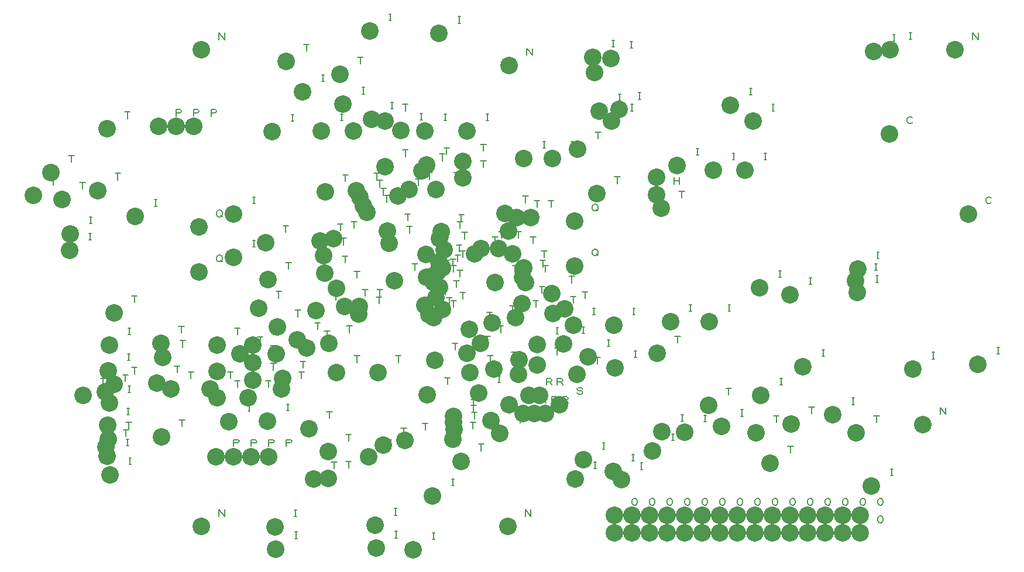
<source format=gbr>
G04 EasyPC Gerber Version 21.0.3 Build 4286 *
%FSLAX35Y35*%
%MOIN*%
%ADD10C,0.00500*%
%ADD114C,0.10000*%
X0Y0D02*
D02*
D10*
X16690Y258589D02*
Y262339D01*
X15128D02*
X18253D01*
X26926Y271581D02*
Y275331D01*
X25364D02*
X28489D01*
X33226Y256227D02*
Y259977D01*
X31663D02*
X34788D01*
X36931Y227093D02*
X38181D01*
X37556D02*
Y230843D01*
X36931D02*
X38181D01*
X37325Y236542D02*
X38575D01*
X37950D02*
Y240292D01*
X37325D02*
X38575D01*
X45037Y144416D02*
Y148166D01*
X43474D02*
X46599D01*
X53304Y261345D02*
Y265095D01*
X51742D02*
X54867D01*
X57635Y146601D02*
Y150351D01*
X56072D02*
X59198D01*
X58029Y115282D02*
Y119032D01*
X56466D02*
X59591D01*
X58191Y109770D02*
X59441D01*
X58816D02*
Y113520D01*
X58191D02*
X59441D01*
X58816Y296384D02*
Y300134D01*
X57254D02*
X60379D01*
X58585Y127487D02*
X59835D01*
X59210D02*
Y131237D01*
X58585D02*
X59835D01*
X59604Y119613D02*
Y123363D01*
X58041D02*
X61166D01*
X58978Y158589D02*
X60228D01*
X59604D02*
Y162339D01*
X58978D02*
X60228D01*
X59372Y140085D02*
X60622D01*
X59997D02*
Y143835D01*
X59372D02*
X60622D01*
X59372Y173156D02*
X60622D01*
X59997D02*
Y176906D01*
X59372D02*
X60622D01*
X59766Y99140D02*
X61016D01*
X60391D02*
Y102890D01*
X59766D02*
X61016D01*
X62753Y150715D02*
Y154465D01*
X61191D02*
X64316D01*
X62753Y191660D02*
Y195410D01*
X61191D02*
X64316D01*
X74333Y246365D02*
X75583D01*
X74958D02*
Y250115D01*
X74333D02*
X75583D01*
X87163Y151502D02*
Y155252D01*
X85600D02*
X88725D01*
X86531Y297722D02*
Y301472D01*
X88719*
X89344Y301159*
X89657Y300534*
X89344Y299909*
X88719Y299597*
X86531*
X89525Y174160D02*
Y177910D01*
X87962D02*
X91087D01*
X89919Y120794D02*
Y124544D01*
X88356D02*
X91481D01*
X90312Y166069D02*
Y169819D01*
X88750D02*
X91875D01*
X95037Y148195D02*
Y151945D01*
X93474D02*
X96599D01*
X96531Y297790D02*
Y301540D01*
X98719*
X99344Y301228*
X99657Y300602*
X99344Y299978*
X98719Y299665*
X96531*
X106531Y297722D02*
Y301472D01*
X108719*
X109344Y301159*
X109657Y300534*
X109344Y299909*
X108719Y299597*
X106531*
X109714Y216016D02*
Y217266D01*
X110027Y217891*
X110339Y218204*
X110964Y218516*
X111589*
X112214Y218204*
X112527Y217891*
X112839Y217266*
Y216016*
X112527Y215391*
X112214Y215079*
X111589Y214766*
X110964*
X110339Y215079*
X110027Y215391*
X109714Y216016*
X111902Y215704D02*
X112839Y214766D01*
X109714Y241607D02*
Y242857D01*
X110027Y243482*
X110339Y243794*
X110964Y244107*
X111589*
X112214Y243794*
X112527Y243482*
X112839Y242857*
Y241607*
X112527Y240982*
X112214Y240669*
X111589Y240357*
X110964*
X110339Y240669*
X110027Y240982*
X109714Y241607*
X111902Y241294D02*
X112839Y240357D01*
X111023Y69738D02*
Y73488D01*
X114148Y69738*
Y73488*
X111023Y341392D02*
Y345142D01*
X114148Y341392*
Y345142*
X117478Y148195D02*
Y151945D01*
X115915D02*
X119040D01*
X119393Y109614D02*
Y113364D01*
X121580*
X122206Y113052*
X122518Y112426*
X122206Y111802*
X121580Y111489*
X119393*
X121415Y143235D02*
Y146985D01*
X119852D02*
X122977D01*
X121415Y158195D02*
Y161945D01*
X119852D02*
X122977D01*
X121415Y173156D02*
Y176906D01*
X119852D02*
X122977D01*
X127482Y129455D02*
X128732D01*
X128107D02*
Y133205D01*
X127482D02*
X128732D01*
X130238Y223156D02*
X131488D01*
X130863D02*
Y226906D01*
X130238D02*
X131488D01*
X130238Y247959D02*
X131488D01*
X130863D02*
Y251709D01*
X130238D02*
X131488D01*
X129393Y109546D02*
Y113296D01*
X131580*
X132206Y112983*
X132518Y112358*
X132206Y111733*
X131580Y111421*
X129393*
X134407Y168195D02*
Y171945D01*
X132844D02*
X135969D01*
X139131Y143195D02*
Y146945D01*
X137569D02*
X140694D01*
X139393Y109614D02*
Y113364D01*
X141580*
X142206Y113052*
X142518Y112426*
X142206Y111802*
X141580Y111489*
X139393*
X141887Y153077D02*
Y156827D01*
X140324D02*
X143450D01*
X141887Y163313D02*
Y167063D01*
X140324D02*
X143450D01*
X141887Y173156D02*
Y176906D01*
X140324D02*
X143450D01*
X145037Y194022D02*
Y197772D01*
X143474D02*
X146599D01*
X148974Y231593D02*
Y235343D01*
X147411D02*
X150536D01*
X149530Y129849D02*
X150780D01*
X150155D02*
Y133599D01*
X149530D02*
X150780D01*
X150548Y210557D02*
Y214307D01*
X148986D02*
X152111D01*
X149380Y109614D02*
Y113364D01*
X151567*
X152192Y113052*
X152505Y112426*
X152192Y111802*
X151567Y111489*
X149380*
X152285Y294809D02*
X153535D01*
X152911D02*
Y298559D01*
X152285D02*
X153535D01*
X153860Y69613D02*
X155110D01*
X154485D02*
Y73363D01*
X153860D02*
X155110D01*
X154254Y57014D02*
X155504D01*
X154879D02*
Y60764D01*
X154254D02*
X155504D01*
X155273Y168038D02*
Y171788D01*
X153710D02*
X156835D01*
X155863Y183392D02*
Y187142D01*
X154301D02*
X157426D01*
X158029Y148195D02*
Y151945D01*
X156466D02*
X159591D01*
X158816Y154258D02*
Y158008D01*
X157254D02*
X160379D01*
X160785Y334967D02*
Y338717D01*
X159222D02*
X162347D01*
X167084Y176306D02*
Y180056D01*
X165521D02*
X168646D01*
X169608Y317644D02*
X170858D01*
X170233D02*
Y321394D01*
X169608D02*
X170858D01*
X172596Y171581D02*
Y175331D01*
X171033D02*
X174158D01*
X173946Y125518D02*
Y129268D01*
X172383D02*
X175509D01*
X176533Y96778D02*
Y100528D01*
X174970D02*
X178095D01*
X177714Y192841D02*
Y196591D01*
X176151D02*
X179276D01*
X180076Y232605D02*
Y236355D01*
X178513D02*
X181639D01*
X180238Y295203D02*
X181488D01*
X180863D02*
Y298953D01*
X180238D02*
X181488D01*
X182044Y224337D02*
Y228087D01*
X180482D02*
X183607D01*
X182832Y214101D02*
Y217851D01*
X181269D02*
X184394D01*
X183029Y260557D02*
Y264307D01*
X181466D02*
X184591D01*
X184800Y97172D02*
Y100922D01*
X183238D02*
X186363D01*
X184800Y112526D02*
Y116276D01*
X183238D02*
X186363D01*
X185194Y174337D02*
Y178087D01*
X183631D02*
X186757D01*
X187950Y233786D02*
Y237536D01*
X186387D02*
X189513D01*
X189525Y157408D02*
Y161158D01*
X187962D02*
X191087D01*
X189525Y205439D02*
Y209189D01*
X187962D02*
X191087D01*
X191493Y327487D02*
Y331237D01*
X189931D02*
X193056D01*
X192640Y310361D02*
X193890D01*
X193265D02*
Y314111D01*
X192640D02*
X193890D01*
X194249Y195203D02*
Y198953D01*
X192687D02*
X195812D01*
X198348Y295203D02*
X199598D01*
X198974D02*
Y298953D01*
X198348D02*
X199598D01*
X200745Y261345D02*
Y265095D01*
X199183D02*
X202308D01*
X202123Y190872D02*
Y194622D01*
X200561D02*
X203686D01*
X202517Y195203D02*
Y198953D01*
X200954D02*
X204080D01*
X202714Y257408D02*
Y261158D01*
X201151D02*
X204276D01*
X204682Y252683D02*
Y256433D01*
X203120D02*
X206245D01*
X206651Y248746D02*
Y252496D01*
X205088D02*
X208213D01*
X207635Y109376D02*
Y113126D01*
X206072D02*
X209198D01*
X207797Y352290D02*
X209047D01*
X208422D02*
Y356040D01*
X207797D02*
X209047D01*
X208978Y301896D02*
X210228D01*
X209604D02*
Y305646D01*
X208978D02*
X210228D01*
X210947Y70400D02*
X212197D01*
X211572D02*
Y74150D01*
X210947D02*
X212197D01*
X211341Y57408D02*
X212591D01*
X211966D02*
Y61158D01*
X211341D02*
X212591D01*
X213147Y157408D02*
Y161158D01*
X211584D02*
X214709D01*
X216296Y116069D02*
Y119819D01*
X214734D02*
X217859D01*
X217084Y274731D02*
Y278481D01*
X215521D02*
X218646D01*
X217084Y300715D02*
Y304465D01*
X215521D02*
X218646D01*
X218462Y238117D02*
Y241867D01*
X216899D02*
X220024D01*
X219446Y231030D02*
Y234780D01*
X217883D02*
X221009D01*
X222596Y209770D02*
Y213520D01*
X221033D02*
X224158D01*
X224564Y258195D02*
Y261945D01*
X223002D02*
X226127D01*
X225514Y295597D02*
X226764D01*
X226139D02*
Y299347D01*
X225514D02*
X226764D01*
X228501Y118825D02*
Y122575D01*
X226939D02*
X230064D01*
X230863Y261739D02*
Y265489D01*
X229301D02*
X232426D01*
X232600Y56620D02*
X233850D01*
X233226D02*
Y60370D01*
X232600D02*
X233850D01*
X238147Y272369D02*
Y276119D01*
X236584D02*
X239709D01*
X239919Y195991D02*
Y199741D01*
X238356D02*
X241481D01*
X239293Y295203D02*
X240543D01*
X239919D02*
Y298953D01*
X239293D02*
X240543D01*
X240312Y224731D02*
Y228481D01*
X238750D02*
X241875D01*
X240706Y211739D02*
Y215489D01*
X239143D02*
X242269D01*
X240706Y275912D02*
Y279662D01*
X239143D02*
X242269D01*
X241100Y144809D02*
Y148559D01*
X239537D02*
X242662D01*
X242084Y190479D02*
Y194229D01*
X240521D02*
X243646D01*
X243624Y87329D02*
X244874D01*
X244249D02*
Y91079D01*
X243624D02*
X244874D01*
X244249Y212526D02*
Y216276D01*
X242687D02*
X245812D01*
X244643Y188904D02*
Y192654D01*
X243080D02*
X246206D01*
X244643Y208786D02*
Y212536D01*
X243080D02*
X246206D01*
X245430Y164494D02*
Y168244D01*
X243868D02*
X246993D01*
X246218Y200321D02*
Y204071D01*
X244655D02*
X247780D01*
X246218Y261739D02*
Y265489D01*
X244655D02*
X247780D01*
X247005Y214888D02*
Y218638D01*
X245443D02*
X248568D01*
X247793Y220597D02*
Y224347D01*
X246230D02*
X249355D01*
X247167Y350715D02*
X248417D01*
X247793D02*
Y354465D01*
X247167D02*
X248417D01*
X248186Y206227D02*
Y209977D01*
X246624D02*
X249749D01*
X248186Y233786D02*
Y237536D01*
X246624D02*
X249749D01*
X248974Y237723D02*
Y241473D01*
X247411D02*
X250536D01*
X249761Y193628D02*
Y197378D01*
X248198D02*
X251324D01*
X249761Y217250D02*
Y221000D01*
X248198D02*
X251324D01*
X250942Y227683D02*
Y231433D01*
X249380D02*
X252505D01*
X255667Y119613D02*
Y123363D01*
X254104D02*
X257229D01*
X256060Y129061D02*
Y132811D01*
X254498D02*
X257623D01*
X256060Y132605D02*
Y136355D01*
X254498D02*
X257623D01*
X256454Y125124D02*
Y128874D01*
X254891D02*
X258017D01*
X260391Y107014D02*
Y110764D01*
X258828D02*
X261954D01*
X261572Y268431D02*
Y272181D01*
X260009D02*
X263135D01*
X261572Y277880D02*
Y281630D01*
X260009D02*
X263135D01*
X263934Y168431D02*
Y172181D01*
X262372D02*
X265497D01*
X263309Y295203D02*
X264559D01*
X263934D02*
Y298953D01*
X263309D02*
X264559D01*
X265115Y182211D02*
Y185961D01*
X263553D02*
X266678D01*
X265509Y157408D02*
Y161158D01*
X263946D02*
X267072D01*
X268265Y225124D02*
Y228874D01*
X266702D02*
X269828D01*
X270002Y145991D02*
X271252D01*
X270627D02*
Y149741D01*
X270002D02*
X271252D01*
X271415Y174337D02*
Y178087D01*
X269852D02*
X272977D01*
X271808Y228274D02*
Y232024D01*
X270246D02*
X273371D01*
X276695Y130243D02*
X277945D01*
X277320D02*
Y133993D01*
X276695D02*
X277945D01*
X278107Y185754D02*
Y189504D01*
X276545D02*
X279670D01*
X279289Y159376D02*
Y163126D01*
X277726D02*
X280851D01*
X279682Y208983D02*
Y212733D01*
X278120D02*
X281245D01*
X281651Y228274D02*
Y232024D01*
X280088D02*
X283213D01*
X282438Y122762D02*
Y126512D01*
X280876D02*
X284001D01*
X285588Y248353D02*
Y252103D01*
X284025D02*
X287150D01*
X285600Y69738D02*
Y73488D01*
X288725Y69738*
Y73488*
X286931Y238117D02*
X288181D01*
X287556D02*
Y241867D01*
X286931D02*
X288181D01*
X286191Y140235D02*
X286503Y139610D01*
X287128Y139298*
X288378*
X289003Y139610*
X289316Y140235*
X289003Y140860*
X288378Y141173*
X287128*
X286503Y141485*
X286191Y142110*
X286503Y142735*
X287128Y143048*
X288378*
X289003Y142735*
X289316Y142110*
X286387Y332605D02*
Y336355D01*
X289513Y332605*
Y336355*
X289919Y225124D02*
Y228874D01*
X288356D02*
X291481D01*
X291493Y188904D02*
Y192654D01*
X289931D02*
X293056D01*
X292084Y245991D02*
Y249741D01*
X290521D02*
X293646D01*
X293068Y156620D02*
Y160370D01*
X291506D02*
X294631D01*
X293462Y164888D02*
Y168638D01*
X291899D02*
X295024D01*
X295037Y196778D02*
Y200528D01*
X293474D02*
X296599D01*
X295430Y211739D02*
Y215489D01*
X293868D02*
X296993D01*
X294261Y134180D02*
Y137930D01*
X296449*
X297074Y137617*
X297387Y136992*
X297074Y136367*
X296449Y136055*
X294261*
X296449D02*
X297387Y134180D01*
X296218Y217250D02*
Y221000D01*
X294655D02*
X297780D01*
X295593Y279455D02*
X296843D01*
X296218D02*
Y283205D01*
X295593D02*
X296843D01*
X297005Y208983D02*
Y212733D01*
X295443D02*
X298568D01*
X297411Y144416D02*
Y148166D01*
X299598*
X300224Y147854*
X300536Y147228*
X300224Y146604*
X299598Y146291*
X297411*
X299598D02*
X300536Y144416D01*
X300155Y245991D02*
Y249741D01*
X298592D02*
X301717D01*
X300561Y134180D02*
Y137930D01*
X302748*
X303373Y137617*
X303686Y136992*
X303373Y136367*
X302748Y136055*
X300561*
X302748D02*
X303686Y134180D01*
X303698Y161739D02*
Y165489D01*
X302135D02*
X305261D01*
X303073Y173550D02*
X304323D01*
X303698D02*
Y177300D01*
X303073D02*
X304323D01*
X303710Y144416D02*
Y148166D01*
X305898*
X306523Y147854*
X306835Y147228*
X306523Y146604*
X305898Y146291*
X303710*
X305898D02*
X306835Y144416D01*
X306860Y134180D02*
Y137930D01*
X309047*
X309672Y137617*
X309985Y136992*
X309672Y136367*
X309047Y136055*
X306860*
X309047D02*
X309985Y134180D01*
X311966Y202683D02*
Y206433D01*
X310403D02*
X313528D01*
X311734Y279455D02*
X312984D01*
X312359D02*
Y283205D01*
X311734D02*
X312984D01*
X312753Y191266D02*
Y195016D01*
X311191D02*
X314316D01*
X314931Y140235D02*
X315243Y139610D01*
X315868Y139298*
X317118*
X317743Y139610*
X318056Y140235*
X317743Y140860*
X317118Y141173*
X315868*
X315243Y141485*
X314931Y142110*
X315243Y142735*
X315868Y143048*
X317118*
X317743Y142735*
X318056Y142110*
X318033Y173943D02*
X319283D01*
X318659D02*
Y177693D01*
X318033D02*
X319283D01*
X319446Y193798D02*
Y197548D01*
X317883D02*
X321009D01*
X323939Y184573D02*
X325189D01*
X324564D02*
Y188323D01*
X323939D02*
X325189D01*
X323691Y219410D02*
Y220660D01*
X324003Y221285*
X324316Y221598*
X324941Y221910*
X325566*
X326191Y221598*
X326503Y221285*
X326816Y220660*
Y219410*
X326503Y218785*
X326191Y218472*
X325566Y218160*
X324941*
X324316Y218472*
X324003Y218785*
X323691Y219410*
X325878Y219098D02*
X326816Y218160D01*
X323691Y245000D02*
Y246250D01*
X324003Y246876*
X324316Y247188*
X324941Y247500*
X325566*
X326191Y247188*
X326503Y246876*
X326816Y246250*
Y245000*
X326503Y244376*
X326191Y244063*
X325566Y243750*
X324941*
X324316Y244063*
X324003Y244376*
X323691Y245000*
X325878Y244688D02*
X326816Y243750D01*
X324726Y96778D02*
X325976D01*
X325352D02*
Y100528D01*
X324726D02*
X325976D01*
X326533Y156620D02*
Y160370D01*
X324970D02*
X328095D01*
X326926Y284967D02*
Y288717D01*
X325364D02*
X328489D01*
X329451Y107802D02*
X330701D01*
X330076D02*
Y111552D01*
X329451D02*
X330701D01*
X332207Y166463D02*
X333457D01*
X332832D02*
Y170213D01*
X332207D02*
X333457D01*
X334963Y337329D02*
X336213D01*
X335588D02*
Y341079D01*
X334963D02*
X336213D01*
X335750Y328668D02*
X337000D01*
X336375D02*
Y332418D01*
X335750D02*
X337000D01*
X337950Y259376D02*
Y263126D01*
X336387D02*
X339513D01*
X338506Y306620D02*
X339756D01*
X339131D02*
Y310370D01*
X338506D02*
X339756D01*
X345199Y336542D02*
X346449D01*
X345824D02*
Y340292D01*
X345199D02*
X346449D01*
X345593Y300715D02*
X346843D01*
X346218D02*
Y304465D01*
X345593D02*
X346843D01*
X346380Y101109D02*
X347630D01*
X347005D02*
Y104859D01*
X346380D02*
X347630D01*
X346774Y184573D02*
X348024D01*
X347399D02*
Y188323D01*
X346774D02*
X348024D01*
X346230Y67319D02*
Y68569D01*
X346543Y69194*
X346855Y69507*
X347480Y69819*
X348105*
X348730Y69507*
X349043Y69194*
X349355Y68569*
Y67319*
X349043Y66694*
X348730Y66382*
X348105Y66069*
X347480*
X346855Y66382*
X346543Y66694*
X346230Y67319*
Y77319D02*
Y78569D01*
X346543Y79194*
X346855Y79507*
X347480Y79819*
X348105*
X348730Y79507*
X349043Y79194*
X349355Y78569*
Y77319*
X349043Y76694*
X348730Y76382*
X348105Y76069*
X347480*
X346855Y76382*
X346543Y76694*
X346230Y77319*
X347561Y160164D02*
X348811D01*
X348186D02*
Y163914D01*
X347561D02*
X348811D01*
X349923Y307408D02*
X351173D01*
X350548D02*
Y311158D01*
X349923D02*
X351173D01*
X351104Y96384D02*
X352354D01*
X351730D02*
Y100134D01*
X351104D02*
X352354D01*
X356230Y67319D02*
Y68569D01*
X356543Y69194*
X356855Y69507*
X357480Y69819*
X358105*
X358730Y69507*
X359043Y69194*
X359355Y68569*
Y67319*
X359043Y66694*
X358730Y66382*
X358105Y66069*
X357480*
X356855Y66382*
X356543Y66694*
X356230Y67319*
Y77319D02*
Y78569D01*
X356543Y79194*
X356855Y79507*
X357480Y79819*
X358105*
X358730Y79507*
X359043Y79194*
X359355Y78569*
Y77319*
X359043Y76694*
X358730Y76382*
X358105Y76069*
X357480*
X356855Y76382*
X356543Y76694*
X356230Y77319*
X366230Y67319D02*
Y68569D01*
X366543Y69194*
X366855Y69507*
X367480Y69819*
X368105*
X368730Y69507*
X369043Y69194*
X369355Y68569*
Y67319*
X369043Y66694*
X368730Y66382*
X368105Y66069*
X367480*
X366855Y66382*
X366543Y66694*
X366230Y67319*
Y77319D02*
Y78569D01*
X366543Y79194*
X366855Y79507*
X367480Y79819*
X368105*
X368730Y79507*
X369043Y79194*
X369355Y78569*
Y77319*
X369043Y76694*
X368730Y76382*
X368105Y76069*
X367480*
X366855Y76382*
X366543Y76694*
X366230Y77319*
X368821Y112920D02*
X370071D01*
X369446D02*
Y116670D01*
X368821D02*
X370071D01*
X370246Y259008D02*
Y262758D01*
Y260883D02*
X373371D01*
Y259008D02*
Y262758D01*
X370246Y268825D02*
Y272575D01*
Y270700D02*
X373371D01*
Y268825D02*
Y272575D01*
X372202Y168431D02*
Y172181D01*
X370639D02*
X373765D01*
X374564Y251109D02*
Y254859D01*
X373002D02*
X376127D01*
X374333Y123943D02*
X375583D01*
X374958D02*
Y127693D01*
X374333D02*
X375583D01*
X376230Y67319D02*
Y68569D01*
X376543Y69194*
X376855Y69507*
X377480Y69819*
X378105*
X378730Y69507*
X379043Y69194*
X379355Y68569*
Y67319*
X379043Y66694*
X378730Y66382*
X378105Y66069*
X377480*
X376855Y66382*
X376543Y66694*
X376230Y67319*
Y77319D02*
Y78569D01*
X376543Y79194*
X376855Y79507*
X377480Y79819*
X378105*
X378730Y79507*
X379043Y79194*
X379355Y78569*
Y77319*
X379043Y76694*
X378730Y76382*
X378105Y76069*
X377480*
X376855Y76382*
X376543Y76694*
X376230Y77319*
X379057Y186542D02*
X380307D01*
X379682D02*
Y190292D01*
X379057D02*
X380307D01*
X382994Y275518D02*
X384244D01*
X383619D02*
Y279268D01*
X382994D02*
X384244D01*
X386230Y67319D02*
Y68569D01*
X386543Y69194*
X386855Y69507*
X387480Y69819*
X388105*
X388730Y69507*
X389043Y69194*
X389355Y68569*
Y67319*
X389043Y66694*
X388730Y66382*
X388105Y66069*
X387480*
X386855Y66382*
X386543Y66694*
X386230Y67319*
Y77319D02*
Y78569D01*
X386543Y79194*
X386855Y79507*
X387480Y79819*
X388105*
X388730Y79507*
X389043Y79194*
X389355Y78569*
Y77319*
X389043Y76694*
X388730Y76382*
X388105Y76069*
X387480*
X386855Y76382*
X386543Y76694*
X386230Y77319*
X387325Y123550D02*
X388575D01*
X387950D02*
Y127300D01*
X387325D02*
X388575D01*
X396230Y67319D02*
Y68569D01*
X396543Y69194*
X396855Y69507*
X397480Y69819*
X398105*
X398730Y69507*
X399043Y69194*
X399355Y68569*
Y67319*
X399043Y66694*
X398730Y66382*
X398105Y66069*
X397480*
X396855Y66382*
X396543Y66694*
X396230Y67319*
Y77319D02*
Y78569D01*
X396543Y79194*
X396855Y79507*
X397480Y79819*
X398105*
X398730Y79507*
X399043Y79194*
X399355Y78569*
Y77319*
X399043Y76694*
X398730Y76382*
X398105Y76069*
X397480*
X396855Y76382*
X396543Y76694*
X396230Y77319*
X401336Y138904D02*
Y142654D01*
X399773D02*
X402898D01*
X401104Y186542D02*
X402354D01*
X401730D02*
Y190292D01*
X401104D02*
X402354D01*
X403467Y272762D02*
X404717D01*
X404092D02*
Y276512D01*
X403467D02*
X404717D01*
X406230Y67319D02*
Y68569D01*
X406543Y69194*
X406855Y69507*
X407480Y69819*
X408105*
X408730Y69507*
X409043Y69194*
X409355Y68569*
Y67319*
X409043Y66694*
X408730Y66382*
X408105Y66069*
X407480*
X406855Y66382*
X406543Y66694*
X406230Y67319*
Y77319D02*
Y78569D01*
X406543Y79194*
X406855Y79507*
X407480Y79819*
X408105*
X408730Y79507*
X409043Y79194*
X409355Y78569*
Y77319*
X409043Y76694*
X408730Y76382*
X408105Y76069*
X407480*
X406855Y76382*
X406543Y76694*
X406230Y77319*
X408191Y126699D02*
X409441D01*
X408816D02*
Y130449D01*
X408191D02*
X409441D01*
X413309Y309770D02*
X414559D01*
X413934D02*
Y313520D01*
X413309D02*
X414559D01*
X416230Y67319D02*
Y68569D01*
X416543Y69194*
X416855Y69507*
X417480Y69819*
X418105*
X418730Y69507*
X419043Y69194*
X419355Y68569*
Y67319*
X419043Y66694*
X418730Y66382*
X418105Y66069*
X417480*
X416855Y66382*
X416543Y66694*
X416230Y67319*
Y77319D02*
Y78569D01*
X416543Y79194*
X416855Y79507*
X417480Y79819*
X418105*
X418730Y79507*
X419043Y79194*
X419355Y78569*
Y77319*
X419043Y76694*
X418730Y76382*
X418105Y76069*
X417480*
X416855Y76382*
X416543Y76694*
X416230Y77319*
X421577Y272762D02*
X422827D01*
X422202D02*
Y276512D01*
X421577D02*
X422827D01*
X426104Y300715D02*
X427354D01*
X426730D02*
Y304465D01*
X426104D02*
X427354D01*
X426230Y67319D02*
Y68569D01*
X426543Y69194*
X426855Y69507*
X427480Y69819*
X428105*
X428730Y69507*
X429043Y69194*
X429355Y68569*
Y67319*
X429043Y66694*
X428730Y66382*
X428105Y66069*
X427480*
X426855Y66382*
X426543Y66694*
X426230Y67319*
Y77319D02*
Y78569D01*
X426543Y79194*
X426855Y79507*
X427480Y79819*
X428105*
X428730Y79507*
X429043Y79194*
X429355Y78569*
Y77319*
X429043Y76694*
X428730Y76382*
X428105Y76069*
X427480*
X426855Y76382*
X426543Y76694*
X426230Y77319*
X428501Y123156D02*
Y126906D01*
X426939D02*
X430064D01*
X429844Y205833D02*
X431094D01*
X430470D02*
Y209583D01*
X429844D02*
X431094D01*
X430632Y144416D02*
X431882D01*
X431257D02*
Y148166D01*
X430632D02*
X431882D01*
X436611Y105833D02*
Y109583D01*
X435049D02*
X438174D01*
X436230Y67319D02*
Y68569D01*
X436543Y69194*
X436855Y69507*
X437480Y69819*
X438105*
X438730Y69507*
X439043Y69194*
X439355Y68569*
Y67319*
X439043Y66694*
X438730Y66382*
X438105Y66069*
X437480*
X436855Y66382*
X436543Y66694*
X436230Y67319*
Y77319D02*
Y78569D01*
X436543Y79194*
X436855Y79507*
X437480Y79819*
X438105*
X438730Y79507*
X439043Y79194*
X439355Y78569*
Y77319*
X439043Y76694*
X438730Y76382*
X438105Y76069*
X437480*
X436855Y76382*
X436543Y76694*
X436230Y77319*
X446230Y67319D02*
Y68569D01*
X446543Y69194*
X446855Y69507*
X447480Y69819*
X448105*
X448730Y69507*
X449043Y69194*
X449355Y68569*
Y67319*
X449043Y66694*
X448730Y66382*
X448105Y66069*
X447480*
X446855Y66382*
X446543Y66694*
X446230Y67319*
Y77319D02*
Y78569D01*
X446543Y79194*
X446855Y79507*
X447480Y79819*
X448105*
X448730Y79507*
X449043Y79194*
X449355Y78569*
Y77319*
X449043Y76694*
X448730Y76382*
X448105Y76069*
X447480*
X446855Y76382*
X446543Y76694*
X446230Y77319*
X447167Y201896D02*
X448417D01*
X447793D02*
Y205646D01*
X447167D02*
X448417D01*
X448580Y128274D02*
Y132024D01*
X447017D02*
X450143D01*
X454648Y160951D02*
X455898D01*
X455273D02*
Y164701D01*
X454648D02*
X455898D01*
X456230Y67319D02*
Y68569D01*
X456543Y69194*
X456855Y69507*
X457480Y69819*
X458105*
X458730Y69507*
X459043Y69194*
X459355Y68569*
Y67319*
X459043Y66694*
X458730Y66382*
X458105Y66069*
X457480*
X456855Y66382*
X456543Y66694*
X456230Y67319*
Y77319D02*
Y78569D01*
X456543Y79194*
X456855Y79507*
X457480Y79819*
X458105*
X458730Y79507*
X459043Y79194*
X459355Y78569*
Y77319*
X459043Y76694*
X458730Y76382*
X458105Y76069*
X457480*
X456855Y76382*
X456543Y76694*
X456230Y77319*
X466230Y67319D02*
Y68569D01*
X466543Y69194*
X466855Y69507*
X467480Y69819*
X468105*
X468730Y69507*
X469043Y69194*
X469355Y68569*
Y67319*
X469043Y66694*
X468730Y66382*
X468105Y66069*
X467480*
X466855Y66382*
X466543Y66694*
X466230Y67319*
Y77319D02*
Y78569D01*
X466543Y79194*
X466855Y79507*
X467480Y79819*
X468105*
X468730Y79507*
X469043Y79194*
X469355Y78569*
Y77319*
X469043Y76694*
X468730Y76382*
X468105Y76069*
X467480*
X466855Y76382*
X466543Y76694*
X466230Y77319*
X471577Y133392D02*
X472827D01*
X472202D02*
Y137142D01*
X471577D02*
X472827D01*
X476230Y67319D02*
Y68569D01*
X476543Y69194*
X476855Y69507*
X477480Y69819*
X478105*
X478730Y69507*
X479043Y69194*
X479355Y68569*
Y67319*
X479043Y66694*
X478730Y66382*
X478105Y66069*
X477480*
X476855Y66382*
X476543Y66694*
X476230Y67319*
Y77319D02*
Y78569D01*
X476543Y79194*
X476855Y79507*
X477480Y79819*
X478105*
X478730Y79507*
X479043Y79194*
X479355Y78569*
Y77319*
X479043Y76694*
X478730Y76382*
X478105Y76069*
X477480*
X476855Y76382*
X476543Y76694*
X476230Y77319*
X484569Y209770D02*
X485819D01*
X485194D02*
Y213520D01*
X484569D02*
X485819D01*
X485588Y123294D02*
Y127044D01*
X484025D02*
X487150D01*
X485356Y203077D02*
X486606D01*
X485981D02*
Y206827D01*
X485356D02*
X486606D01*
X485750Y216463D02*
X487000D01*
X486375D02*
Y220213D01*
X485750D02*
X487000D01*
X486230Y67319D02*
Y68569D01*
X486543Y69194*
X486855Y69507*
X487480Y69819*
X488105*
X488730Y69507*
X489043Y69194*
X489355Y68569*
Y67319*
X489043Y66694*
X488730Y66382*
X488105Y66069*
X487480*
X486855Y66382*
X486543Y66694*
X486230Y67319*
Y77319D02*
Y78569D01*
X486543Y79194*
X486855Y79507*
X487480Y79819*
X488105*
X488730Y79507*
X489043Y79194*
X489355Y78569*
Y77319*
X489043Y76694*
X488730Y76382*
X488105Y76069*
X487480*
X486855Y76382*
X486543Y76694*
X486230Y77319*
X493624Y92841D02*
X494874D01*
X494249D02*
Y96591D01*
X493624D02*
X494874D01*
X494805Y340479D02*
X496055D01*
X495430D02*
Y344229D01*
X494805D02*
X496055D01*
X506048Y294254D02*
X505735Y293941D01*
X505110Y293628*
X504173*
X503548Y293941*
X503235Y294254*
X502923Y294878*
Y296128*
X503235Y296754*
X503548Y297066*
X504173Y297378*
X505110*
X505735Y297066*
X506048Y296754*
X504254Y341660D02*
X505504D01*
X504879D02*
Y345410D01*
X504254D02*
X505504D01*
X517246Y159376D02*
X518496D01*
X517871D02*
Y163126D01*
X517246D02*
X518496D01*
X521820Y127880D02*
Y131630D01*
X524946Y127880*
Y131630*
X540324Y341392D02*
Y345142D01*
X543450Y341392*
Y345142*
X550930Y248584D02*
X550617Y248272D01*
X549992Y247959*
X549055*
X548430Y248272*
X548117Y248584*
X547805Y249209*
Y250459*
X548117Y251084*
X548430Y251397*
X549055Y251709*
X549992*
X550617Y251397*
X550930Y251084*
X554254Y162132D02*
X555504D01*
X554879D02*
Y165882D01*
X554254D02*
X555504D01*
D02*
D114*
X5128Y252652D03*
X15364Y265644D03*
X21663Y250289D03*
X25994Y221156D03*
X26387Y230604D03*
X33474Y138478D03*
X41742Y255407D03*
X46072Y140663D03*
X46466Y109344D03*
X47254Y103833D03*
Y290447D03*
X47647Y121549D03*
X48041Y113675D03*
Y152652D03*
X48435Y134148D03*
Y167219D03*
X48828Y93203D03*
X51191Y144778D03*
Y185722D03*
X63395Y240427D03*
X75600Y145565D03*
X76531Y291784D03*
X77962Y168222D03*
X78356Y114856D03*
X78750Y160132D03*
X83474Y142258D03*
X86531Y291852D03*
X96531Y291784D03*
X99714Y208829D03*
Y234419D03*
X101023Y63801D03*
Y335454D03*
X105915Y142258D03*
X109393Y103676D03*
X109852Y137297D03*
Y152258D03*
Y167219D03*
X116545Y123518D03*
X119301Y217219D03*
Y242022D03*
X119393Y103608D03*
X122844Y162258D03*
X127569Y137258D03*
X129393Y103676D03*
X130324Y147140D03*
Y157376D03*
Y167219D03*
X133474Y188085D03*
X137411Y225656D03*
X138592Y123911D03*
X138986Y204620D03*
X139380Y103676D03*
X141348Y288872D03*
X142923Y63675D03*
X143317Y51077D03*
X143710Y162100D03*
X144301Y177455D03*
X146466Y142258D03*
X147254Y148321D03*
X149222Y329030D03*
X155521Y170368D03*
X158671Y311707D03*
X161033Y165644D03*
X162383Y119581D03*
X164970Y90841D03*
X166151Y186904D03*
X168513Y226667D03*
X169301Y289266D03*
X170482Y218400D03*
X171269Y208163D03*
X171466Y254620D03*
X173238Y91234D03*
Y106589D03*
X173631Y168400D03*
X176387Y227848D03*
X177962Y151470D03*
Y199502D03*
X179931Y321549D03*
X181702Y304423D03*
X182687Y189266D03*
X187411Y289266D03*
X189183Y255407D03*
X190561Y184935D03*
X190954Y189266D03*
X191151Y251470D03*
X193120Y246746D03*
X195088Y242809D03*
X196072Y103439D03*
X196860Y346352D03*
X198041Y295959D03*
X200009Y64463D03*
X200403Y51470D03*
X201584Y151470D03*
X204734Y110132D03*
X205521Y268793D03*
Y294778D03*
X206899Y232179D03*
X207883Y225093D03*
X211033Y203833D03*
X213002Y252258D03*
X214576Y289659D03*
X216939Y112888D03*
X219301Y255801D03*
X221663Y50683D03*
X226584Y266431D03*
X228356Y190053D03*
Y289266D03*
X228750Y218793D03*
X229143Y205801D03*
Y269974D03*
X229537Y138872D03*
X230521Y184541D03*
X232687Y81392D03*
Y206589D03*
X233080Y182967D03*
Y202848D03*
X233868Y158557D03*
X234655Y194384D03*
Y255801D03*
X235443Y208951D03*
X236230Y214659D03*
Y344778D03*
X236624Y200289D03*
Y227848D03*
X237411Y231785D03*
X238198Y187691D03*
Y211313D03*
X239380Y221746D03*
X244104Y113675D03*
X244498Y123124D03*
Y126667D03*
X244891Y119187D03*
X248828Y101077D03*
X250009Y262494D03*
Y271943D03*
X252372Y162494D03*
Y289266D03*
X253553Y176274D03*
X253946Y151470D03*
X256702Y219187D03*
X259065Y140053D03*
X259852Y168400D03*
X260246Y222337D03*
X265757Y124305D03*
X266545Y179817D03*
X267726Y153439D03*
X268120Y203045D03*
X270088Y222337D03*
X270876Y116825D03*
X274025Y242415D03*
X275600Y63801D03*
X275994Y232179D03*
X276191Y133360D03*
X276387Y326667D03*
X278356Y219187D03*
X279931Y182967D03*
X280521Y240053D03*
X281506Y150683D03*
X281899Y158951D03*
X283474Y190841D03*
X283868Y205801D03*
X284261Y128242D03*
X284655Y211313D03*
Y273518D03*
X285443Y203045D03*
X287411Y138478D03*
X288592Y240053D03*
X290561Y128242D03*
X292135Y155801D03*
Y167612D03*
X293710Y138478D03*
X296860Y128242D03*
X300403Y196746D03*
X300797Y273518D03*
X301191Y185329D03*
X304931Y133360D03*
X307096Y168006D03*
X307883Y187860D03*
X313002Y178636D03*
X313691Y212222D03*
Y237813D03*
X313789Y90841D03*
X314970Y150683D03*
X315364Y279030D03*
X318513Y101864D03*
X321269Y160526D03*
X324025Y331392D03*
X324813Y322730D03*
X326387Y253439D03*
X327569Y300683D03*
X334261Y330604D03*
X334655Y294778D03*
X335443Y95171D03*
X335836Y178636D03*
X336230Y60132D03*
Y70132D03*
X336624Y154226D03*
X338986Y301470D03*
X340167Y90447D03*
X346230Y60132D03*
Y70132D03*
X356230Y60132D03*
Y70132D03*
X357883Y106982D03*
X360246Y253071D03*
Y262888D03*
X360639Y162494D03*
X363002Y245171D03*
X363395Y118006D03*
X366230Y60132D03*
Y70132D03*
X368120Y180604D03*
X372057Y269581D03*
X376230Y60132D03*
Y70132D03*
X376387Y117612D03*
X386230Y60132D03*
Y70132D03*
X389773Y132967D03*
X390167Y180604D03*
X392529Y266825D03*
X396230Y60132D03*
Y70132D03*
X397254Y120762D03*
X402372Y303833D03*
X406230Y60132D03*
Y70132D03*
X410639Y266825D03*
X415167Y294778D03*
X416230Y60132D03*
Y70132D03*
X416939Y117219D03*
X418907Y199896D03*
X419694Y138478D03*
X425049Y99896D03*
X426230Y60132D03*
Y70132D03*
X436230Y60132D03*
Y70132D03*
Y195959D03*
X437017Y122337D03*
X443710Y155014D03*
X446230Y60132D03*
Y70132D03*
X456230Y60132D03*
Y70132D03*
X460639Y127455D03*
X466230Y60132D03*
Y70132D03*
X473631Y203833D03*
X474025Y117356D03*
X474419Y197140D03*
X474813Y210526D03*
X476230Y60132D03*
Y70132D03*
X482687Y86904D03*
X483868Y334541D03*
X492923Y287691D03*
X493317Y335722D03*
X506309Y153439D03*
X511820Y121943D03*
X530324Y335454D03*
X537805Y242022D03*
X543317Y156195D03*
X0Y0D02*
M02*

</source>
